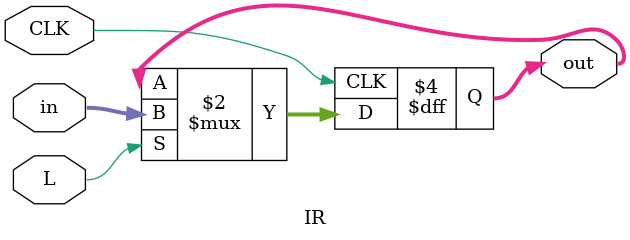
<source format=v>
module IR (CLK, L, in, out);
	input L;					//Signal
	input CLK;
	input [15:0]in;
	output reg [15:0]out;
	
	always @(posedge CLK) begin
		if (L) begin
			out<=in;
		end 
	end
endmodule
	
</source>
